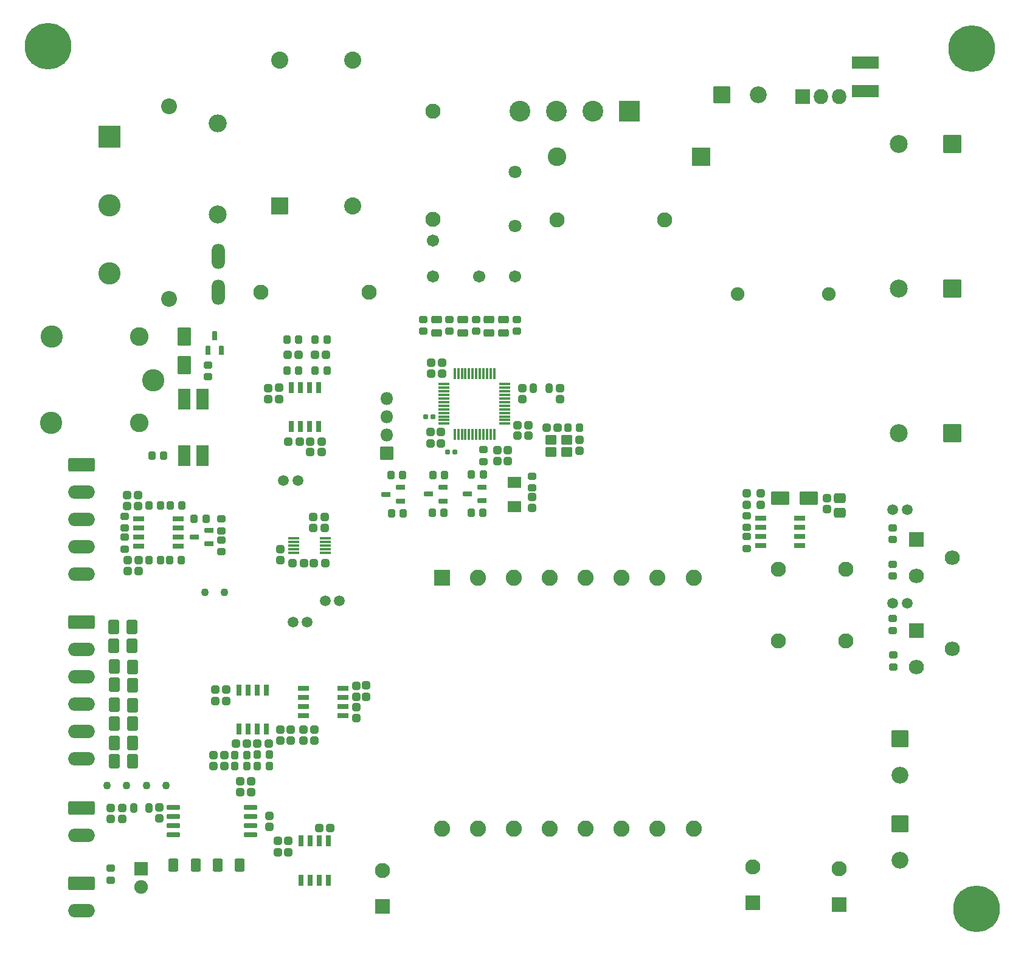
<source format=gbr>
%TF.GenerationSoftware,KiCad,Pcbnew,8.0.4*%
%TF.CreationDate,2024-10-07T12:26:18+07:00*%
%TF.ProjectId,PFC & LLC,50464320-2620-44c4-9c43-2e6b69636164,rev?*%
%TF.SameCoordinates,Original*%
%TF.FileFunction,Soldermask,Top*%
%TF.FilePolarity,Negative*%
%FSLAX46Y46*%
G04 Gerber Fmt 4.6, Leading zero omitted, Abs format (unit mm)*
G04 Created by KiCad (PCBNEW 8.0.4) date 2024-10-07 12:26:18*
%MOMM*%
%LPD*%
G01*
G04 APERTURE LIST*
G04 Aperture macros list*
%AMRoundRect*
0 Rectangle with rounded corners*
0 $1 Rounding radius*
0 $2 $3 $4 $5 $6 $7 $8 $9 X,Y pos of 4 corners*
0 Add a 4 corners polygon primitive as box body*
4,1,4,$2,$3,$4,$5,$6,$7,$8,$9,$2,$3,0*
0 Add four circle primitives for the rounded corners*
1,1,$1+$1,$2,$3*
1,1,$1+$1,$4,$5*
1,1,$1+$1,$6,$7*
1,1,$1+$1,$8,$9*
0 Add four rect primitives between the rounded corners*
20,1,$1+$1,$2,$3,$4,$5,0*
20,1,$1+$1,$4,$5,$6,$7,0*
20,1,$1+$1,$6,$7,$8,$9,0*
20,1,$1+$1,$8,$9,$2,$3,0*%
G04 Aperture macros list end*
%ADD10RoundRect,0.293404X0.533596X-0.396096X0.533596X0.396096X-0.533596X0.396096X-0.533596X-0.396096X0*%
%ADD11RoundRect,0.276000X0.301000X-0.276000X0.301000X0.276000X-0.301000X0.276000X-0.301000X-0.276000X0*%
%ADD12RoundRect,0.050800X-0.850000X0.750000X-0.850000X-0.750000X0.850000X-0.750000X0.850000X0.750000X0*%
%ADD13RoundRect,0.276000X-0.276000X-0.301000X0.276000X-0.301000X0.276000X0.301000X-0.276000X0.301000X0*%
%ADD14RoundRect,0.050800X0.584200X-0.266700X0.584200X0.266700X-0.584200X0.266700X-0.584200X-0.266700X0*%
%ADD15RoundRect,0.276000X-0.301000X0.276000X-0.301000X-0.276000X0.301000X-0.276000X0.301000X0.276000X0*%
%ADD16RoundRect,0.276000X0.276000X0.301000X-0.276000X0.301000X-0.276000X-0.301000X0.276000X-0.301000X0*%
%ADD17RoundRect,0.050800X1.250000X1.250000X-1.250000X1.250000X-1.250000X-1.250000X1.250000X-1.250000X0*%
%ADD18C,2.601600*%
%ADD19RoundRect,0.251000X0.326000X-0.251000X0.326000X0.251000X-0.326000X0.251000X-0.326000X-0.251000X0*%
%ADD20RoundRect,0.160400X-0.160400X-0.210400X0.160400X-0.210400X0.160400X0.210400X-0.160400X0.210400X0*%
%ADD21C,3.101600*%
%ADD22RoundRect,0.050800X-0.900000X0.900000X-0.900000X-0.900000X0.900000X-0.900000X0.900000X0.900000X0*%
%ADD23C,1.901600*%
%ADD24RoundRect,0.050800X1.000000X-1.000000X1.000000X1.000000X-1.000000X1.000000X-1.000000X-1.000000X0*%
%ADD25C,2.101600*%
%ADD26RoundRect,0.269150X-0.481650X0.269150X-0.481650X-0.269150X0.481650X-0.269150X0.481650X0.269150X0*%
%ADD27RoundRect,0.251000X-0.251000X-0.326000X0.251000X-0.326000X0.251000X0.326000X-0.251000X0.326000X0*%
%ADD28RoundRect,0.050800X1.400000X1.400000X-1.400000X1.400000X-1.400000X-1.400000X1.400000X-1.400000X0*%
%ADD29C,2.901600*%
%ADD30RoundRect,0.050800X-0.850900X-0.279400X0.850900X-0.279400X0.850900X0.279400X-0.850900X0.279400X0*%
%ADD31RoundRect,0.102000X1.755000X-0.785000X1.755000X0.785000X-1.755000X0.785000X-1.755000X-0.785000X0*%
%ADD32C,1.101600*%
%ADD33RoundRect,0.050800X-1.000000X0.952500X-1.000000X-0.952500X1.000000X-0.952500X1.000000X0.952500X0*%
%ADD34O,2.101600X2.006600*%
%ADD35C,1.501600*%
%ADD36RoundRect,0.264111X0.686689X-1.036689X0.686689X1.036689X-0.686689X1.036689X-0.686689X-1.036689X0*%
%ADD37RoundRect,0.259080X0.502920X-0.747920X0.502920X0.747920X-0.502920X0.747920X-0.502920X-0.747920X0*%
%ADD38RoundRect,0.251000X-0.326000X0.251000X-0.326000X-0.251000X0.326000X-0.251000X0.326000X0.251000X0*%
%ADD39C,0.901600*%
%ADD40C,6.501600*%
%ADD41RoundRect,0.264111X-1.586689X0.686689X-1.586689X-0.686689X1.586689X-0.686689X1.586689X0.686689X0*%
%ADD42O,3.701600X1.901600*%
%ADD43RoundRect,0.050800X-1.117600X1.117600X-1.117600X-1.117600X1.117600X-1.117600X1.117600X1.117600X0*%
%ADD44C,2.336800*%
%ADD45C,2.204000*%
%ADD46RoundRect,0.259080X-0.502920X0.747920X-0.502920X-0.747920X0.502920X-0.747920X0.502920X0.747920X0*%
%ADD47RoundRect,0.251000X0.251000X0.326000X-0.251000X0.326000X-0.251000X-0.326000X0.251000X-0.326000X0*%
%ADD48RoundRect,0.244150X0.244150X0.406650X-0.244150X0.406650X-0.244150X-0.406650X0.244150X-0.406650X0*%
%ADD49RoundRect,0.102000X0.750000X-1.375000X0.750000X1.375000X-0.750000X1.375000X-0.750000X-1.375000X0*%
%ADD50RoundRect,0.269539X-0.431261X-0.656261X0.431261X-0.656261X0.431261X0.656261X-0.431261X0.656261X0*%
%ADD51RoundRect,0.050800X-1.500000X1.500000X-1.500000X-1.500000X1.500000X-1.500000X1.500000X1.500000X0*%
%ADD52RoundRect,0.050800X0.850000X0.850000X-0.850000X0.850000X-0.850000X-0.850000X0.850000X-0.850000X0*%
%ADD53O,1.801600X1.801600*%
%ADD54RoundRect,0.050800X1.075000X-1.075000X1.075000X1.075000X-1.075000X1.075000X-1.075000X-1.075000X0*%
%ADD55C,2.251600*%
%ADD56O,1.854000X3.504000*%
%ADD57RoundRect,0.050800X-0.700000X-0.600000X0.700000X-0.600000X0.700000X0.600000X-0.700000X0.600000X0*%
%ADD58RoundRect,0.050800X1.200000X1.200000X-1.200000X1.200000X-1.200000X-1.200000X1.200000X-1.200000X0*%
%ADD59C,2.501600*%
%ADD60RoundRect,0.050800X-1.117600X-1.117600X1.117600X-1.117600X1.117600X1.117600X-1.117600X1.117600X0*%
%ADD61RoundRect,0.050800X0.730250X0.266700X-0.730250X0.266700X-0.730250X-0.266700X0.730250X-0.266700X0*%
%ADD62RoundRect,0.050800X0.266700X-0.730250X0.266700X0.730250X-0.266700X0.730250X-0.266700X-0.730250X0*%
%ADD63RoundRect,0.050800X-0.952500X-1.000000X0.952500X-1.000000X0.952500X1.000000X-0.952500X1.000000X0*%
%ADD64O,2.006600X2.101600*%
%ADD65RoundRect,0.050800X-0.736600X0.139700X-0.736600X-0.139700X0.736600X-0.139700X0.736600X0.139700X0*%
%ADD66RoundRect,0.050800X0.139700X0.736600X-0.139700X0.736600X-0.139700X-0.736600X0.139700X-0.736600X0*%
%ADD67C,1.701600*%
%ADD68RoundRect,0.050800X-0.730250X-0.266700X0.730250X-0.266700X0.730250X0.266700X-0.730250X0.266700X0*%
%ADD69C,1.801600*%
%ADD70RoundRect,0.264111X1.036689X0.686689X-1.036689X0.686689X-1.036689X-0.686689X1.036689X-0.686689X0*%
%ADD71C,1.904000*%
%ADD72RoundRect,0.050800X-0.266700X0.730250X-0.266700X-0.730250X0.266700X-0.730250X0.266700X0.730250X0*%
%ADD73RoundRect,0.050800X1.143000X-1.143000X1.143000X1.143000X-1.143000X1.143000X-1.143000X-1.143000X0*%
%ADD74C,2.387600*%
%ADD75RoundRect,0.050800X-0.266700X-0.584200X0.266700X-0.584200X0.266700X0.584200X-0.266700X0.584200X0*%
%ADD76O,2.501600X2.501600*%
%ADD77RoundRect,0.100400X-0.675400X-0.100400X0.675400X-0.100400X0.675400X0.100400X-0.675400X0.100400X0*%
G04 APERTURE END LIST*
D10*
%TO.C,C35*%
X137337800Y-99908800D03*
X137337800Y-97833800D03*
%TD*%
D11*
%TO.C,C37*%
X42595800Y-142500000D03*
X42595800Y-140950000D03*
%TD*%
D12*
%TO.C,RESET*%
X91972400Y-95638800D03*
X91972400Y-99038800D03*
%TD*%
D13*
%TO.C,C95*%
X38169550Y-107993800D03*
X39719550Y-107993800D03*
%TD*%
D14*
%TO.C,Q6*%
X82105200Y-98250401D03*
X82105200Y-96350399D03*
X80073200Y-97300400D03*
%TD*%
D15*
%TO.C,C58*%
X69951600Y-123982800D03*
X69951600Y-125532800D03*
%TD*%
D16*
%TO.C,C63*%
X65570400Y-101974000D03*
X64020400Y-101974000D03*
%TD*%
D17*
%TO.C,D4*%
X117980000Y-50310400D03*
D18*
X97920000Y-50310400D03*
%TD*%
D19*
%TO.C,R27*%
X144756400Y-121379600D03*
X144756400Y-119729600D03*
%TD*%
D11*
%TO.C,C99*%
X89636600Y-92716000D03*
X89636600Y-91166000D03*
%TD*%
D20*
%TO.C,R57*%
X79627000Y-86477399D03*
X80647000Y-86477399D03*
%TD*%
D11*
%TO.C,C100*%
X91052200Y-92716000D03*
X91052200Y-91166000D03*
%TD*%
D21*
%TO.C,K1*%
X41689600Y-81399200D03*
D18*
X39739600Y-75349200D03*
D21*
X27539600Y-75349200D03*
X27489600Y-87399200D03*
D18*
X39739600Y-87349200D03*
%TD*%
D11*
%TO.C,C55*%
X60858400Y-131628800D03*
X60858400Y-130078800D03*
%TD*%
D16*
%TO.C,C67*%
X62674800Y-106952400D03*
X61124800Y-106952400D03*
%TD*%
D15*
%TO.C,C30*%
X124346600Y-97211200D03*
X124346600Y-98761200D03*
%TD*%
D22*
%TO.C,D9*%
X39981100Y-149493200D03*
D23*
X39981100Y-152033200D03*
%TD*%
D24*
%TO.C,C38*%
X137185400Y-154504400D03*
D25*
X137185400Y-149504400D03*
%TD*%
D26*
%TO.C,D13*%
X81164915Y-72944100D03*
X81164915Y-74819100D03*
%TD*%
D11*
%TO.C,C98*%
X80340200Y-90222800D03*
X80340200Y-88672800D03*
%TD*%
D27*
%TO.C,R1*%
X41515400Y-91943000D03*
X43165400Y-91943000D03*
%TD*%
D11*
%TO.C,C45*%
X59031100Y-147201450D03*
X59031100Y-145651450D03*
%TD*%
D28*
%TO.C,D2*%
X108039900Y-43953000D03*
D29*
X102959900Y-43953000D03*
X97879900Y-43953000D03*
X92799900Y-43953000D03*
%TD*%
D11*
%TO.C,C56*%
X64109600Y-131628800D03*
X64109600Y-130078800D03*
%TD*%
D27*
%TO.C,R46*%
X74791200Y-94645200D03*
X76441200Y-94645200D03*
%TD*%
D19*
%TO.C,R42*%
X94423600Y-96423200D03*
X94423600Y-94773200D03*
%TD*%
D30*
%TO.C,U6*%
X44527700Y-140958800D03*
X44527700Y-142228800D03*
X44527700Y-143498800D03*
X44527700Y-144768800D03*
X55297300Y-144768800D03*
X55297300Y-143498800D03*
X55297300Y-142228800D03*
X55297300Y-140958800D03*
%TD*%
D31*
%TO.C,C22*%
X140893800Y-41151400D03*
X140893800Y-37117400D03*
%TD*%
D32*
%TO.C,-9V*%
X51612800Y-110991000D03*
%TD*%
D27*
%TO.C,R56*%
X44044500Y-98912400D03*
X45694500Y-98912400D03*
%TD*%
D11*
%TO.C,C76*%
X94437200Y-99256800D03*
X94437200Y-97706800D03*
%TD*%
D19*
%TO.C,R29*%
X124344800Y-104868600D03*
X124344800Y-103218600D03*
%TD*%
D33*
%TO.C,Q4*%
X148007580Y-103625000D03*
D34*
X153007580Y-106165000D03*
X148007580Y-108705000D03*
%TD*%
D35*
%TO.C,VoltageLLC*%
X63153800Y-115156600D03*
X61153800Y-115156600D03*
%TD*%
D36*
%TO.C,D1*%
X45991200Y-75309800D03*
X45991200Y-79309800D03*
%TD*%
D37*
%TO.C,C62*%
X38850700Y-123964400D03*
X38850700Y-121364400D03*
%TD*%
D38*
%TO.C,R28*%
X124346600Y-100298600D03*
X124346600Y-101948600D03*
%TD*%
D39*
%TO.C,H3*%
X153276600Y-35172000D03*
X153979544Y-33474944D03*
X153979544Y-36869056D03*
X155676600Y-32772000D03*
D40*
X155676600Y-35172000D03*
D39*
X155676600Y-37572000D03*
X157373656Y-33474944D03*
X157373656Y-36869056D03*
X158076600Y-35172000D03*
%TD*%
D41*
%TO.C,J2*%
X31724600Y-151580200D03*
D42*
X31724600Y-155390200D03*
%TD*%
D37*
%TO.C,C75*%
X38749100Y-118401800D03*
X38749100Y-115801800D03*
%TD*%
D27*
%TO.C,R31*%
X53099600Y-135209000D03*
X54749600Y-135209000D03*
%TD*%
D15*
%TO.C,C52*%
X50114200Y-133659000D03*
X50114200Y-135209000D03*
%TD*%
D43*
%TO.C,D8*%
X145656300Y-131412600D03*
D44*
X145656300Y-136492600D03*
%TD*%
D11*
%TO.C,C51*%
X69951600Y-128504600D03*
X69951600Y-126954600D03*
%TD*%
D45*
%TO.C,F1*%
X43903600Y-70122400D03*
X43878200Y-43223800D03*
%TD*%
D46*
%TO.C,C66*%
X36257100Y-131943600D03*
X36257100Y-134543600D03*
%TD*%
D16*
%TO.C,C104*%
X93988400Y-87682800D03*
X92438400Y-87682800D03*
%TD*%
D15*
%TO.C,C93*%
X80391000Y-78961000D03*
X80391000Y-80511000D03*
%TD*%
D47*
%TO.C,R3*%
X65899400Y-75724000D03*
X64249400Y-75724000D03*
%TD*%
D13*
%TO.C,C39*%
X53811100Y-138835800D03*
X55361100Y-138835800D03*
%TD*%
D14*
%TO.C,Q9*%
X49473150Y-104244801D03*
X49473150Y-102344799D03*
X47441150Y-103294800D03*
%TD*%
D13*
%TO.C,C4*%
X60540600Y-89985200D03*
X62090600Y-89985200D03*
%TD*%
%TO.C,C40*%
X53811100Y-137339600D03*
X55361100Y-137339600D03*
%TD*%
D26*
%TO.C,D10*%
X90500200Y-72944100D03*
X90500200Y-74819100D03*
%TD*%
D48*
%TO.C,FB2*%
X96795100Y-82517600D03*
X94670100Y-82517600D03*
%TD*%
D37*
%TO.C,C73*%
X36183700Y-118401800D03*
X36183700Y-115801800D03*
%TD*%
D16*
%TO.C,C48*%
X57773000Y-132098400D03*
X56223000Y-132098400D03*
%TD*%
D11*
%TO.C,C34*%
X135534400Y-99383800D03*
X135534400Y-97833800D03*
%TD*%
D49*
%TO.C,U1*%
X45991200Y-91948600D03*
X48531200Y-91948600D03*
X48531200Y-84078600D03*
X45991200Y-84078600D03*
%TD*%
D50*
%TO.C,R33*%
X50673300Y-148959800D03*
X53773300Y-148959800D03*
%TD*%
D27*
%TO.C,R55*%
X44000350Y-106507000D03*
X45650350Y-106507000D03*
%TD*%
D41*
%TO.C,J6*%
X31735800Y-93164400D03*
D42*
X31735800Y-96974400D03*
X31735800Y-100784400D03*
X31735800Y-104594400D03*
X31735800Y-108404400D03*
%TD*%
D51*
%TO.C,J1*%
X35610200Y-47516002D03*
D21*
X35610200Y-57016000D03*
X35610200Y-66515999D03*
%TD*%
D26*
%TO.C,D11*%
X88453143Y-72944100D03*
X88453143Y-74819100D03*
%TD*%
D39*
%TO.C,H2*%
X153962400Y-155110800D03*
X154665344Y-153413744D03*
X154665344Y-156807856D03*
X156362400Y-152710800D03*
D40*
X156362400Y-155110800D03*
D39*
X156362400Y-157510800D03*
X158059456Y-153413744D03*
X158059456Y-156807856D03*
X158762400Y-155110800D03*
%TD*%
D48*
%TO.C,FB1*%
X41118300Y-141013800D03*
X38993300Y-141013800D03*
%TD*%
D11*
%TO.C,C42*%
X35814000Y-142563800D03*
X35814000Y-141013800D03*
%TD*%
D15*
%TO.C,C94*%
X81940400Y-78961000D03*
X81940400Y-80511000D03*
%TD*%
D27*
%TO.C,R35*%
X53099600Y-133634200D03*
X54749600Y-133634200D03*
%TD*%
D39*
%TO.C,H1*%
X24625600Y-34841800D03*
X25328544Y-33144744D03*
X25328544Y-36538856D03*
X27025600Y-32441800D03*
D40*
X27025600Y-34841800D03*
D39*
X27025600Y-37241800D03*
X28722656Y-33144744D03*
X28722656Y-36538856D03*
X29425600Y-34841800D03*
%TD*%
D27*
%TO.C,R44*%
X80620200Y-94619800D03*
X82270200Y-94619800D03*
%TD*%
D38*
%TO.C,R51*%
X51174950Y-103676800D03*
X51174950Y-105326800D03*
%TD*%
D47*
%TO.C,R5*%
X61963200Y-80116400D03*
X60313200Y-80116400D03*
%TD*%
D15*
%TO.C,C31*%
X126282450Y-97211200D03*
X126282450Y-98761200D03*
%TD*%
D35*
%TO.C,VACIN*%
X59842400Y-95420800D03*
X61842400Y-95420800D03*
%TD*%
D47*
%TO.C,R54*%
X42747300Y-98914200D03*
X41097300Y-98914200D03*
%TD*%
D52*
%TO.C,J5*%
X74218800Y-91606800D03*
D53*
X74218800Y-89066800D03*
X74218800Y-86526800D03*
X74218800Y-83986800D03*
%TD*%
D46*
%TO.C,C65*%
X36257100Y-126685800D03*
X36257100Y-129285800D03*
%TD*%
D32*
%TO.C,12V*%
X35238268Y-137915000D03*
%TD*%
D13*
%TO.C,C49*%
X53199600Y-132098400D03*
X54749600Y-132098400D03*
%TD*%
D46*
%TO.C,C68*%
X38822500Y-126711200D03*
X38822500Y-129311200D03*
%TD*%
D54*
%TO.C,L3*%
X81943800Y-108912600D03*
D55*
X86943800Y-108912600D03*
X91943800Y-108912600D03*
X96943800Y-108912600D03*
X101943800Y-108912600D03*
X106943800Y-108912600D03*
X111943800Y-108912600D03*
X116943800Y-108912600D03*
X116943800Y-143912600D03*
X111943800Y-143912600D03*
X106943800Y-143912600D03*
X101943800Y-143912600D03*
X96943800Y-143912600D03*
X91943800Y-143912600D03*
X86943800Y-143912600D03*
X81943800Y-143912600D03*
%TD*%
D13*
%TO.C,C103*%
X38055250Y-98951400D03*
X39605250Y-98951400D03*
%TD*%
D15*
%TO.C,C50*%
X51612800Y-133659000D03*
X51612800Y-135209000D03*
%TD*%
D25*
%TO.C,C33*%
X128761600Y-107766700D03*
X128761600Y-117766500D03*
%TD*%
D47*
%TO.C,R30*%
X57873000Y-135210800D03*
X56223000Y-135210800D03*
%TD*%
D19*
%TO.C,R26*%
X144703800Y-108705000D03*
X144703800Y-107055000D03*
%TD*%
D50*
%TO.C,R34*%
X44527100Y-148959800D03*
X47627100Y-148959800D03*
%TD*%
D56*
%TO.C,RV1*%
X50761600Y-69186100D03*
X50761600Y-64186100D03*
%TD*%
D11*
%TO.C,C64*%
X59410600Y-106533600D03*
X59410600Y-104983600D03*
%TD*%
D41*
%TO.C,J3*%
X31723100Y-115131200D03*
D42*
X31723100Y-118941200D03*
X31723100Y-122751200D03*
X31723100Y-126561200D03*
X31723100Y-130371200D03*
X31723100Y-134181200D03*
%TD*%
D27*
%TO.C,R2*%
X60313200Y-75724000D03*
X61963200Y-75724000D03*
%TD*%
D47*
%TO.C,R53*%
X42742150Y-106508800D03*
X41092150Y-106508800D03*
%TD*%
D57*
%TO.C,Y1*%
X97088600Y-91431200D03*
X99288600Y-91431200D03*
X99288600Y-89731200D03*
X97088600Y-89731200D03*
%TD*%
D35*
%TO.C,CurrentACS*%
X67659000Y-112184800D03*
X65659000Y-112184800D03*
%TD*%
D33*
%TO.C,Q5*%
X148007580Y-116299600D03*
D34*
X153007580Y-118839600D03*
X148007580Y-121379600D03*
%TD*%
D27*
%TO.C,R48*%
X85992600Y-99903000D03*
X87642600Y-99903000D03*
%TD*%
D16*
%TO.C,C102*%
X93988400Y-89132800D03*
X92438400Y-89132800D03*
%TD*%
D58*
%TO.C,C23*%
X153007580Y-48481600D03*
D59*
X145507580Y-48481600D03*
%TD*%
D35*
%TO.C,PWM2*%
X144705600Y-112489600D03*
X146705600Y-112489600D03*
%TD*%
D19*
%TO.C,R4*%
X49316599Y-80953800D03*
X49316599Y-79303800D03*
%TD*%
D13*
%TO.C,C81*%
X96465200Y-88063000D03*
X98015200Y-88063000D03*
%TD*%
D27*
%TO.C,R49*%
X74892800Y-99953800D03*
X76542800Y-99953800D03*
%TD*%
D38*
%TO.C,R40*%
X79342858Y-72944100D03*
X79342858Y-74594100D03*
%TD*%
D60*
%TO.C,D5*%
X120853200Y-41627600D03*
D44*
X125933200Y-41627600D03*
%TD*%
D26*
%TO.C,D12*%
X84809029Y-72944100D03*
X84809029Y-74819100D03*
%TD*%
D27*
%TO.C,R47*%
X80569400Y-99928400D03*
X82219400Y-99928400D03*
%TD*%
D13*
%TO.C,C97*%
X38169550Y-106495200D03*
X39719550Y-106495200D03*
%TD*%
D11*
%TO.C,C96*%
X81762600Y-90222800D03*
X81762600Y-88672800D03*
%TD*%
D14*
%TO.C,Q7*%
X87528400Y-98225001D03*
X87528400Y-96324999D03*
X85496400Y-97275000D03*
%TD*%
D41*
%TO.C,J4*%
X31724600Y-141013800D03*
D42*
X31724600Y-144823800D03*
%TD*%
D14*
%TO.C,Q8*%
X76200000Y-98275801D03*
X76200000Y-96375799D03*
X74168000Y-97325800D03*
%TD*%
D25*
%TO.C,C1*%
X56729800Y-69186100D03*
X71729600Y-69186100D03*
%TD*%
D61*
%TO.C,U12*%
X45167550Y-104590200D03*
X45167550Y-103320200D03*
X45167550Y-102050200D03*
X45167550Y-100780200D03*
X39719250Y-100780200D03*
X39719250Y-102050200D03*
X39719250Y-103320200D03*
X39719250Y-104590200D03*
%TD*%
D43*
%TO.C,D7*%
X145656300Y-143223600D03*
D44*
X145656300Y-148303600D03*
%TD*%
D62*
%TO.C,U8*%
X53619400Y-130072750D03*
X54889400Y-130072750D03*
X56159400Y-130072750D03*
X57429400Y-130072750D03*
X57429400Y-124624450D03*
X56159400Y-124624450D03*
X54889400Y-124624450D03*
X53619400Y-124624450D03*
%TD*%
D19*
%TO.C,R50*%
X51186750Y-102393000D03*
X51186750Y-100743000D03*
%TD*%
D11*
%TO.C,C6*%
X59207400Y-84029200D03*
X59207400Y-82479200D03*
%TD*%
%TO.C,C46*%
X57874500Y-143689600D03*
X57874500Y-142139600D03*
%TD*%
D38*
%TO.C,R60*%
X37705400Y-103320200D03*
X37705400Y-104970200D03*
%TD*%
D24*
%TO.C,C41*%
X73654200Y-154758400D03*
D25*
X73654200Y-149758400D03*
%TD*%
D38*
%TO.C,R25*%
X144705600Y-114649600D03*
X144705600Y-116299600D03*
%TD*%
D19*
%TO.C,R36*%
X35776500Y-151105200D03*
X35776500Y-149455200D03*
%TD*%
D58*
%TO.C,C24*%
X153007580Y-68661900D03*
D59*
X145507580Y-68661900D03*
%TD*%
D63*
%TO.C,Q2*%
X132105400Y-41903000D03*
D64*
X134645400Y-41903000D03*
X137185400Y-41903000D03*
%TD*%
D16*
%TO.C,C47*%
X66346900Y-143829000D03*
X64796900Y-143829000D03*
%TD*%
D15*
%TO.C,C57*%
X51841400Y-124567000D03*
X51841400Y-126117000D03*
%TD*%
D19*
%TO.C,R61*%
X37705400Y-102050200D03*
X37705400Y-100400200D03*
%TD*%
D65*
%TO.C,U11*%
X90652600Y-87477400D03*
X90652600Y-86977401D03*
X90652600Y-86477399D03*
X90652600Y-85977400D03*
X90652600Y-85477401D03*
X90652600Y-84977400D03*
X90652600Y-84477400D03*
X90652600Y-83977399D03*
X90652600Y-83477400D03*
X90652600Y-82977401D03*
X90652600Y-82477399D03*
X90652600Y-81977400D03*
D66*
X89186200Y-80511000D03*
X88686201Y-80511000D03*
X88186199Y-80511000D03*
X87686200Y-80511000D03*
X87186201Y-80511000D03*
X86686200Y-80511000D03*
X86186200Y-80511000D03*
X85686199Y-80511000D03*
X85186200Y-80511000D03*
X84686201Y-80511000D03*
X84186199Y-80511000D03*
X83686200Y-80511000D03*
D65*
X82219800Y-81977400D03*
X82219800Y-82477399D03*
X82219800Y-82977401D03*
X82219800Y-83477400D03*
X82219800Y-83977399D03*
X82219800Y-84477400D03*
X82219800Y-84977400D03*
X82219800Y-85477401D03*
X82219800Y-85977400D03*
X82219800Y-86477399D03*
X82219800Y-86977401D03*
X82219800Y-87477400D03*
D66*
X83686200Y-88943800D03*
X84186199Y-88943800D03*
X84686201Y-88943800D03*
X85186200Y-88943800D03*
X85686199Y-88943800D03*
X86186200Y-88943800D03*
X86686200Y-88943800D03*
X87186201Y-88943800D03*
X87686200Y-88943800D03*
X88186199Y-88943800D03*
X88686201Y-88943800D03*
X89186200Y-88943800D03*
%TD*%
D35*
%TO.C,PWM1*%
X144705600Y-99459400D03*
X146705600Y-99459400D03*
%TD*%
D37*
%TO.C,C61*%
X36259900Y-123888200D03*
X36259900Y-121288200D03*
%TD*%
D67*
%TO.C,C5*%
X80670400Y-66932800D03*
X80670400Y-61932800D03*
%TD*%
D68*
%TO.C,U5*%
X126282450Y-100678600D03*
X126282450Y-101948600D03*
X126282450Y-103218600D03*
X126282450Y-104488600D03*
X131730750Y-104488600D03*
X131730750Y-103218600D03*
X131730750Y-101948600D03*
X131730750Y-100678600D03*
%TD*%
D24*
%TO.C,C36*%
X125165400Y-154250400D03*
D25*
X125165400Y-149250400D03*
%TD*%
D11*
%TO.C,C10*%
X57734200Y-84054600D03*
X57734200Y-82504600D03*
%TD*%
D19*
%TO.C,R41*%
X87718000Y-92740200D03*
X87718000Y-91090200D03*
%TD*%
D27*
%TO.C,R43*%
X99438200Y-88074800D03*
X101088200Y-88074800D03*
%TD*%
%TO.C,R45*%
X86018000Y-94594400D03*
X87668000Y-94594400D03*
%TD*%
D62*
%TO.C,U7*%
X62256900Y-151099750D03*
X63526900Y-151099750D03*
X64796900Y-151099750D03*
X66066900Y-151099750D03*
X66066900Y-145651450D03*
X64796900Y-145651450D03*
X63526900Y-145651450D03*
X62256900Y-145651450D03*
%TD*%
D13*
%TO.C,C101*%
X38055250Y-97452800D03*
X39605250Y-97452800D03*
%TD*%
D11*
%TO.C,C86*%
X93116400Y-84067600D03*
X93116400Y-82517600D03*
%TD*%
%TO.C,C43*%
X37415700Y-142563800D03*
X37415700Y-141013800D03*
%TD*%
D16*
%TO.C,C69*%
X65570400Y-100475400D03*
X64020400Y-100475400D03*
%TD*%
D47*
%TO.C,R52*%
X49053150Y-100743000D03*
X47403150Y-100743000D03*
%TD*%
D11*
%TO.C,C53*%
X59436000Y-131628800D03*
X59436000Y-130078800D03*
%TD*%
D20*
%TO.C,R58*%
X82666200Y-91454400D03*
X83686200Y-91454400D03*
%TD*%
D16*
%TO.C,C2*%
X61963200Y-77869400D03*
X60413200Y-77869400D03*
%TD*%
D27*
%TO.C,R6*%
X64249400Y-80116400D03*
X65899400Y-80116400D03*
%TD*%
D69*
%TO.C,TH1*%
X92100400Y-59893200D03*
X92100400Y-52393200D03*
%TD*%
D11*
%TO.C,C44*%
X60478900Y-147201450D03*
X60478900Y-145651450D03*
%TD*%
D13*
%TO.C,C3*%
X64249400Y-77869400D03*
X65799400Y-77869400D03*
%TD*%
D70*
%TO.C,D6*%
X129013200Y-97833800D03*
X133013200Y-97833800D03*
%TD*%
D11*
%TO.C,C54*%
X62655450Y-131628800D03*
X62655450Y-130078800D03*
%TD*%
D15*
%TO.C,C59*%
X50368200Y-124567000D03*
X50368200Y-126117000D03*
%TD*%
D25*
%TO.C,C17*%
X112907400Y-59072800D03*
X97907600Y-59072800D03*
%TD*%
D71*
%TO.C,L2*%
X123113800Y-69436600D03*
X135813800Y-69436600D03*
%TD*%
D32*
%TO.C,9V*%
X48920400Y-110991000D03*
%TD*%
D67*
%TO.C,C9*%
X87100400Y-66932800D03*
X92100400Y-66932800D03*
%TD*%
D47*
%TO.C,R32*%
X57873000Y-133610600D03*
X56223000Y-133610600D03*
%TD*%
D38*
%TO.C,R39*%
X82986972Y-72944100D03*
X82986972Y-74594100D03*
%TD*%
D16*
%TO.C,C11*%
X65138600Y-91407600D03*
X63588600Y-91407600D03*
%TD*%
D15*
%TO.C,C80*%
X101075600Y-89701000D03*
X101075600Y-91251000D03*
%TD*%
D68*
%TO.C,U9*%
X62655450Y-124351400D03*
X62655450Y-125621400D03*
X62655450Y-126891400D03*
X62655450Y-128161400D03*
X68103750Y-128161400D03*
X68103750Y-126891400D03*
X68103750Y-125621400D03*
X68103750Y-124351400D03*
%TD*%
D58*
%TO.C,C25*%
X153007580Y-88842200D03*
D59*
X145507580Y-88842200D03*
%TD*%
D25*
%TO.C,C12*%
X80686300Y-58966600D03*
X80686300Y-43966800D03*
%TD*%
D13*
%TO.C,C71*%
X64096600Y-106952400D03*
X65646600Y-106952400D03*
%TD*%
D72*
%TO.C,U2*%
X64770000Y-82460450D03*
X63500000Y-82460450D03*
X62230000Y-82460450D03*
X60960000Y-82460450D03*
X60960000Y-87908750D03*
X62230000Y-87908750D03*
X63500000Y-87908750D03*
X64770000Y-87908750D03*
%TD*%
D38*
%TO.C,R24*%
X144705600Y-101975000D03*
X144705600Y-103625000D03*
%TD*%
%TO.C,R38*%
X86631086Y-72944100D03*
X86631086Y-74594100D03*
%TD*%
D73*
%TO.C,L1*%
X59283600Y-57117600D03*
D74*
X59283600Y-36797600D03*
X69443600Y-36797600D03*
X69443600Y-57117600D03*
%TD*%
D46*
%TO.C,C70*%
X38822500Y-131943600D03*
X38822500Y-134543600D03*
%TD*%
D16*
%TO.C,C7*%
X65138600Y-89985200D03*
X63588600Y-89985200D03*
%TD*%
D32*
%TO.C,5V*%
X37989934Y-137915000D03*
%TD*%
%TO.C,3V3*%
X40741600Y-137915000D03*
%TD*%
D38*
%TO.C,R37*%
X92322258Y-72944100D03*
X92322258Y-74594100D03*
%TD*%
D75*
%TO.C,Q1*%
X49316599Y-77310600D03*
X51216601Y-77310600D03*
X50266600Y-75278600D03*
%TD*%
D59*
%TO.C,R7*%
X50695700Y-58365100D03*
D76*
X50695700Y-45665100D03*
%TD*%
D11*
%TO.C,C85*%
X98323400Y-84067600D03*
X98323400Y-82517600D03*
%TD*%
D15*
%TO.C,C60*%
X71348600Y-123957400D03*
X71348600Y-125507400D03*
%TD*%
D25*
%TO.C,C32*%
X138134200Y-107766700D03*
X138134200Y-117766500D03*
%TD*%
D77*
%TO.C,U10*%
X61274600Y-103463200D03*
X61274600Y-103963200D03*
X61274600Y-104463200D03*
X61274600Y-104963200D03*
X61274600Y-105463200D03*
X65674600Y-105463200D03*
X65674600Y-104963200D03*
X65674600Y-104463200D03*
X65674600Y-103963200D03*
X65674600Y-103463200D03*
%TD*%
D32*
%TO.C,GND*%
X43493268Y-137915000D03*
%TD*%
M02*

</source>
